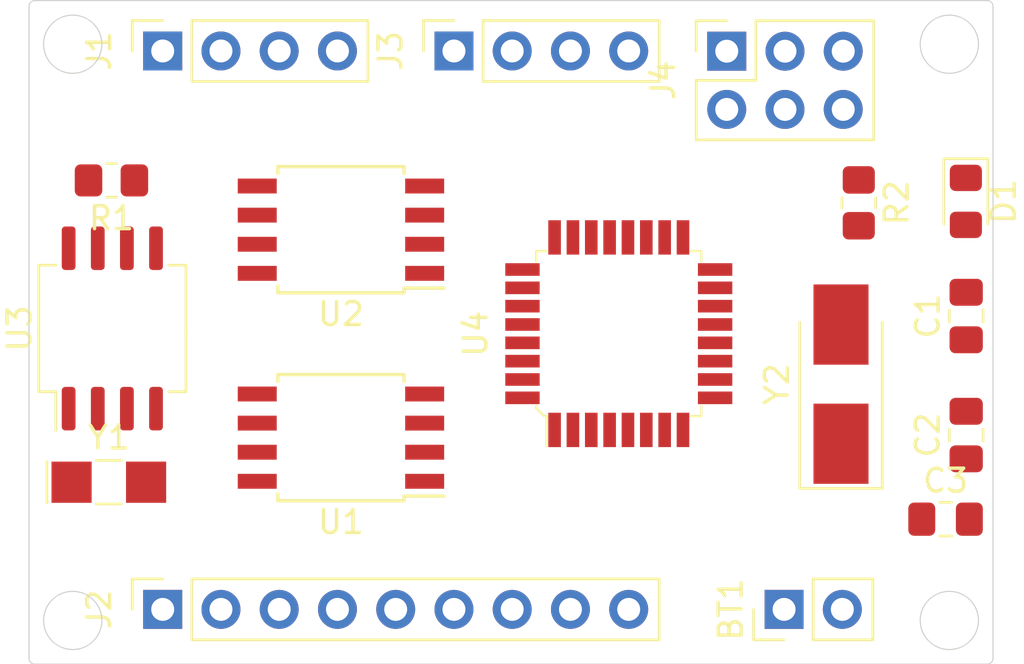
<source format=kicad_pcb>
(kicad_pcb (version 20171130) (host pcbnew "(5.1.9)-1")

  (general
    (thickness 1.6)
    (drawings 12)
    (tracks 0)
    (zones 0)
    (modules 17)
    (nets 32)
  )

  (page A4)
  (title_block
    (title "Battery powered Arduino clone with RTC and extra EEPROM")
    (date 2021-03-06)
    (rev 1)
    (comment 1 "Janne Oksanen")
    (comment 2 janne.oksanen@gmail.com)
  )

  (layers
    (0 F.Cu signal)
    (31 B.Cu signal)
    (32 B.Adhes user)
    (33 F.Adhes user)
    (34 B.Paste user)
    (35 F.Paste user)
    (36 B.SilkS user)
    (37 F.SilkS user)
    (38 B.Mask user)
    (39 F.Mask user)
    (40 Dwgs.User user)
    (41 Cmts.User user)
    (42 Eco1.User user)
    (43 Eco2.User user)
    (44 Edge.Cuts user)
    (45 Margin user)
    (46 B.CrtYd user)
    (47 F.CrtYd user)
    (48 B.Fab user)
    (49 F.Fab user)
  )

  (setup
    (last_trace_width 0.25)
    (user_trace_width 0.3)
    (trace_clearance 0.2)
    (zone_clearance 0.508)
    (zone_45_only no)
    (trace_min 0.2)
    (via_size 0.8)
    (via_drill 0.4)
    (via_min_size 0.4)
    (via_min_drill 0.3)
    (user_via 1 0.6)
    (uvia_size 0.3)
    (uvia_drill 0.1)
    (uvias_allowed no)
    (uvia_min_size 0.2)
    (uvia_min_drill 0.1)
    (edge_width 0.05)
    (segment_width 0.2)
    (pcb_text_width 0.3)
    (pcb_text_size 1.5 1.5)
    (mod_edge_width 0.12)
    (mod_text_size 1 1)
    (mod_text_width 0.15)
    (pad_size 1.524 1.524)
    (pad_drill 0.762)
    (pad_to_mask_clearance 0)
    (aux_axis_origin 0 0)
    (visible_elements 7FFFFFFF)
    (pcbplotparams
      (layerselection 0x010fc_ffffffff)
      (usegerberextensions false)
      (usegerberattributes true)
      (usegerberadvancedattributes true)
      (creategerberjobfile true)
      (excludeedgelayer true)
      (linewidth 0.100000)
      (plotframeref false)
      (viasonmask false)
      (mode 1)
      (useauxorigin false)
      (hpglpennumber 1)
      (hpglpenspeed 20)
      (hpglpendiameter 15.000000)
      (psnegative false)
      (psa4output false)
      (plotreference true)
      (plotvalue true)
      (plotinvisibletext false)
      (padsonsilk false)
      (subtractmaskfromsilk false)
      (outputformat 1)
      (mirror false)
      (drillshape 1)
      (scaleselection 1)
      (outputdirectory ""))
  )

  (net 0 "")
  (net 1 /Vcc)
  (net 2 GNDPWR)
  (net 3 "Net-(C1-Pad1)")
  (net 4 "Net-(C2-Pad1)")
  (net 5 "Net-(D1-Pad1)")
  (net 6 /SCK)
  (net 7 /Rx)
  (net 8 /Tx)
  (net 9 /D2)
  (net 10 /D3)
  (net 11 /D4)
  (net 12 /D5)
  (net 13 /D6)
  (net 14 /D7)
  (net 15 /D8)
  (net 16 /SDA)
  (net 17 /MISO)
  (net 18 /MOSI)
  (net 19 /RST)
  (net 20 /A0)
  (net 21 /A1)
  (net 22 /SCL)
  (net 23 "Net-(U3-Pad1)")
  (net 24 "Net-(U3-Pad2)")
  (net 25 "Net-(U3-Pad7)")
  (net 26 "Net-(U4-Pad13)")
  (net 27 "Net-(U4-Pad14)")
  (net 28 "Net-(U4-Pad19)")
  (net 29 "Net-(U4-Pad22)")
  (net 30 "Net-(U4-Pad25)")
  (net 31 "Net-(U4-Pad26)")

  (net_class Default "This is the default net class."
    (clearance 0.2)
    (trace_width 0.25)
    (via_dia 0.8)
    (via_drill 0.4)
    (uvia_dia 0.3)
    (uvia_drill 0.1)
    (add_net /A0)
    (add_net /A1)
    (add_net /D2)
    (add_net /D3)
    (add_net /D4)
    (add_net /D5)
    (add_net /D6)
    (add_net /D7)
    (add_net /D8)
    (add_net /MISO)
    (add_net /MOSI)
    (add_net /RST)
    (add_net /Rx)
    (add_net /SCK)
    (add_net /SCL)
    (add_net /SDA)
    (add_net /Tx)
    (add_net "Net-(C1-Pad1)")
    (add_net "Net-(C2-Pad1)")
    (add_net "Net-(D1-Pad1)")
    (add_net "Net-(U3-Pad1)")
    (add_net "Net-(U3-Pad2)")
    (add_net "Net-(U3-Pad7)")
    (add_net "Net-(U4-Pad13)")
    (add_net "Net-(U4-Pad14)")
    (add_net "Net-(U4-Pad19)")
    (add_net "Net-(U4-Pad22)")
    (add_net "Net-(U4-Pad25)")
    (add_net "Net-(U4-Pad26)")
  )

  (net_class Power ""
    (clearance 0.2)
    (trace_width 0.3)
    (via_dia 1)
    (via_drill 0.6)
    (uvia_dia 0.3)
    (uvia_drill 0.1)
    (add_net /Vcc)
    (add_net GNDPWR)
  )

  (module Connector_PinHeader_2.54mm:PinHeader_1x02_P2.54mm_Vertical (layer F.Cu) (tedit 59FED5CC) (tstamp 6043C0D1)
    (at 127.9209 117.3734 90)
    (descr "Through hole straight pin header, 1x02, 2.54mm pitch, single row")
    (tags "Through hole pin header THT 1x02 2.54mm single row")
    (path /60392E5D)
    (fp_text reference BT1 (at 0 -2.33 90) (layer F.SilkS)
      (effects (font (size 1 1) (thickness 0.15)))
    )
    (fp_text value 3V (at 2.9718 -0.6415) (layer F.Fab)
      (effects (font (size 1 1) (thickness 0.15)))
    )
    (fp_line (start 1.8 -1.8) (end -1.8 -1.8) (layer F.CrtYd) (width 0.05))
    (fp_line (start 1.8 4.35) (end 1.8 -1.8) (layer F.CrtYd) (width 0.05))
    (fp_line (start -1.8 4.35) (end 1.8 4.35) (layer F.CrtYd) (width 0.05))
    (fp_line (start -1.8 -1.8) (end -1.8 4.35) (layer F.CrtYd) (width 0.05))
    (fp_line (start -1.33 -1.33) (end 0 -1.33) (layer F.SilkS) (width 0.12))
    (fp_line (start -1.33 0) (end -1.33 -1.33) (layer F.SilkS) (width 0.12))
    (fp_line (start -1.33 1.27) (end 1.33 1.27) (layer F.SilkS) (width 0.12))
    (fp_line (start 1.33 1.27) (end 1.33 3.87) (layer F.SilkS) (width 0.12))
    (fp_line (start -1.33 1.27) (end -1.33 3.87) (layer F.SilkS) (width 0.12))
    (fp_line (start -1.33 3.87) (end 1.33 3.87) (layer F.SilkS) (width 0.12))
    (fp_line (start -1.27 -0.635) (end -0.635 -1.27) (layer F.Fab) (width 0.1))
    (fp_line (start -1.27 3.81) (end -1.27 -0.635) (layer F.Fab) (width 0.1))
    (fp_line (start 1.27 3.81) (end -1.27 3.81) (layer F.Fab) (width 0.1))
    (fp_line (start 1.27 -1.27) (end 1.27 3.81) (layer F.Fab) (width 0.1))
    (fp_line (start -0.635 -1.27) (end 1.27 -1.27) (layer F.Fab) (width 0.1))
    (fp_text user %R (at 0 1.27) (layer F.Fab)
      (effects (font (size 1 1) (thickness 0.15)))
    )
    (pad 1 thru_hole rect (at 0 0 90) (size 1.7 1.7) (drill 1) (layers *.Cu *.Mask)
      (net 1 /Vcc))
    (pad 2 thru_hole oval (at 0 2.54 90) (size 1.7 1.7) (drill 1) (layers *.Cu *.Mask)
      (net 2 GNDPWR))
    (model ${KISYS3DMOD}/Connector_PinHeader_2.54mm.3dshapes/PinHeader_1x02_P2.54mm_Vertical.wrl
      (at (xyz 0 0 0))
      (scale (xyz 1 1 1))
      (rotate (xyz 0 0 0))
    )
  )

  (module Capacitor_SMD:C_0805_2012Metric_Pad1.18x1.45mm_HandSolder (layer F.Cu) (tedit 5F68FEEF) (tstamp 6043C0E2)
    (at 135.8629 104.5718 90)
    (descr "Capacitor SMD 0805 (2012 Metric), square (rectangular) end terminal, IPC_7351 nominal with elongated pad for handsoldering. (Body size source: IPC-SM-782 page 76, https://www.pcb-3d.com/wordpress/wp-content/uploads/ipc-sm-782a_amendment_1_and_2.pdf, https://docs.google.com/spreadsheets/d/1BsfQQcO9C6DZCsRaXUlFlo91Tg2WpOkGARC1WS5S8t0/edit?usp=sharing), generated with kicad-footprint-generator")
    (tags "capacitor handsolder")
    (path /603948D1)
    (attr smd)
    (fp_text reference C1 (at 0 -1.68 90) (layer F.SilkS)
      (effects (font (size 1 1) (thickness 0.15)))
    )
    (fp_text value 22pF (at 0 1.68 90) (layer F.Fab)
      (effects (font (size 1 1) (thickness 0.15)))
    )
    (fp_line (start 1.88 0.98) (end -1.88 0.98) (layer F.CrtYd) (width 0.05))
    (fp_line (start 1.88 -0.98) (end 1.88 0.98) (layer F.CrtYd) (width 0.05))
    (fp_line (start -1.88 -0.98) (end 1.88 -0.98) (layer F.CrtYd) (width 0.05))
    (fp_line (start -1.88 0.98) (end -1.88 -0.98) (layer F.CrtYd) (width 0.05))
    (fp_line (start -0.261252 0.735) (end 0.261252 0.735) (layer F.SilkS) (width 0.12))
    (fp_line (start -0.261252 -0.735) (end 0.261252 -0.735) (layer F.SilkS) (width 0.12))
    (fp_line (start 1 0.625) (end -1 0.625) (layer F.Fab) (width 0.1))
    (fp_line (start 1 -0.625) (end 1 0.625) (layer F.Fab) (width 0.1))
    (fp_line (start -1 -0.625) (end 1 -0.625) (layer F.Fab) (width 0.1))
    (fp_line (start -1 0.625) (end -1 -0.625) (layer F.Fab) (width 0.1))
    (fp_text user %R (at 0 0 90) (layer F.Fab)
      (effects (font (size 0.5 0.5) (thickness 0.08)))
    )
    (pad 1 smd roundrect (at -1.0375 0 90) (size 1.175 1.45) (layers F.Cu F.Paste F.Mask) (roundrect_rratio 0.212766)
      (net 3 "Net-(C1-Pad1)"))
    (pad 2 smd roundrect (at 1.0375 0 90) (size 1.175 1.45) (layers F.Cu F.Paste F.Mask) (roundrect_rratio 0.212766)
      (net 2 GNDPWR))
    (model ${KISYS3DMOD}/Capacitor_SMD.3dshapes/C_0805_2012Metric.wrl
      (at (xyz 0 0 0))
      (scale (xyz 1 1 1))
      (rotate (xyz 0 0 0))
    )
  )

  (module Capacitor_SMD:C_0805_2012Metric_Pad1.18x1.45mm_HandSolder (layer F.Cu) (tedit 5F68FEEF) (tstamp 6043C0F3)
    (at 135.8629 109.7661 90)
    (descr "Capacitor SMD 0805 (2012 Metric), square (rectangular) end terminal, IPC_7351 nominal with elongated pad for handsoldering. (Body size source: IPC-SM-782 page 76, https://www.pcb-3d.com/wordpress/wp-content/uploads/ipc-sm-782a_amendment_1_and_2.pdf, https://docs.google.com/spreadsheets/d/1BsfQQcO9C6DZCsRaXUlFlo91Tg2WpOkGARC1WS5S8t0/edit?usp=sharing), generated with kicad-footprint-generator")
    (tags "capacitor handsolder")
    (path /60394D09)
    (attr smd)
    (fp_text reference C2 (at 0 -1.68 90) (layer F.SilkS)
      (effects (font (size 1 1) (thickness 0.15)))
    )
    (fp_text value 22pF (at 0 1.68 90) (layer F.Fab)
      (effects (font (size 1 1) (thickness 0.15)))
    )
    (fp_line (start -1 0.625) (end -1 -0.625) (layer F.Fab) (width 0.1))
    (fp_line (start -1 -0.625) (end 1 -0.625) (layer F.Fab) (width 0.1))
    (fp_line (start 1 -0.625) (end 1 0.625) (layer F.Fab) (width 0.1))
    (fp_line (start 1 0.625) (end -1 0.625) (layer F.Fab) (width 0.1))
    (fp_line (start -0.261252 -0.735) (end 0.261252 -0.735) (layer F.SilkS) (width 0.12))
    (fp_line (start -0.261252 0.735) (end 0.261252 0.735) (layer F.SilkS) (width 0.12))
    (fp_line (start -1.88 0.98) (end -1.88 -0.98) (layer F.CrtYd) (width 0.05))
    (fp_line (start -1.88 -0.98) (end 1.88 -0.98) (layer F.CrtYd) (width 0.05))
    (fp_line (start 1.88 -0.98) (end 1.88 0.98) (layer F.CrtYd) (width 0.05))
    (fp_line (start 1.88 0.98) (end -1.88 0.98) (layer F.CrtYd) (width 0.05))
    (fp_text user %R (at 0 0 90) (layer F.Fab)
      (effects (font (size 0.5 0.5) (thickness 0.08)))
    )
    (pad 2 smd roundrect (at 1.0375 0 90) (size 1.175 1.45) (layers F.Cu F.Paste F.Mask) (roundrect_rratio 0.212766)
      (net 2 GNDPWR))
    (pad 1 smd roundrect (at -1.0375 0 90) (size 1.175 1.45) (layers F.Cu F.Paste F.Mask) (roundrect_rratio 0.212766)
      (net 4 "Net-(C2-Pad1)"))
    (model ${KISYS3DMOD}/Capacitor_SMD.3dshapes/C_0805_2012Metric.wrl
      (at (xyz 0 0 0))
      (scale (xyz 1 1 1))
      (rotate (xyz 0 0 0))
    )
  )

  (module Capacitor_SMD:C_0805_2012Metric_Pad1.18x1.45mm_HandSolder (layer F.Cu) (tedit 5F68FEEF) (tstamp 6043C104)
    (at 134.9629 113.4364)
    (descr "Capacitor SMD 0805 (2012 Metric), square (rectangular) end terminal, IPC_7351 nominal with elongated pad for handsoldering. (Body size source: IPC-SM-782 page 76, https://www.pcb-3d.com/wordpress/wp-content/uploads/ipc-sm-782a_amendment_1_and_2.pdf, https://docs.google.com/spreadsheets/d/1BsfQQcO9C6DZCsRaXUlFlo91Tg2WpOkGARC1WS5S8t0/edit?usp=sharing), generated with kicad-footprint-generator")
    (tags "capacitor handsolder")
    (path /60395306)
    (attr smd)
    (fp_text reference C3 (at 0 -1.68) (layer F.SilkS)
      (effects (font (size 1 1) (thickness 0.15)))
    )
    (fp_text value 10uF (at 0 1.68) (layer F.Fab)
      (effects (font (size 1 1) (thickness 0.15)))
    )
    (fp_line (start 1.88 0.98) (end -1.88 0.98) (layer F.CrtYd) (width 0.05))
    (fp_line (start 1.88 -0.98) (end 1.88 0.98) (layer F.CrtYd) (width 0.05))
    (fp_line (start -1.88 -0.98) (end 1.88 -0.98) (layer F.CrtYd) (width 0.05))
    (fp_line (start -1.88 0.98) (end -1.88 -0.98) (layer F.CrtYd) (width 0.05))
    (fp_line (start -0.261252 0.735) (end 0.261252 0.735) (layer F.SilkS) (width 0.12))
    (fp_line (start -0.261252 -0.735) (end 0.261252 -0.735) (layer F.SilkS) (width 0.12))
    (fp_line (start 1 0.625) (end -1 0.625) (layer F.Fab) (width 0.1))
    (fp_line (start 1 -0.625) (end 1 0.625) (layer F.Fab) (width 0.1))
    (fp_line (start -1 -0.625) (end 1 -0.625) (layer F.Fab) (width 0.1))
    (fp_line (start -1 0.625) (end -1 -0.625) (layer F.Fab) (width 0.1))
    (fp_text user %R (at 0 0) (layer F.Fab)
      (effects (font (size 0.5 0.5) (thickness 0.08)))
    )
    (pad 1 smd roundrect (at -1.0375 0) (size 1.175 1.45) (layers F.Cu F.Paste F.Mask) (roundrect_rratio 0.212766)
      (net 1 /Vcc))
    (pad 2 smd roundrect (at 1.0375 0) (size 1.175 1.45) (layers F.Cu F.Paste F.Mask) (roundrect_rratio 0.212766)
      (net 2 GNDPWR))
    (model ${KISYS3DMOD}/Capacitor_SMD.3dshapes/C_0805_2012Metric.wrl
      (at (xyz 0 0 0))
      (scale (xyz 1 1 1))
      (rotate (xyz 0 0 0))
    )
  )

  (module LED_SMD:LED_0805_2012Metric_Pad1.15x1.40mm_HandSolder (layer F.Cu) (tedit 5F68FEF1) (tstamp 6043C117)
    (at 135.8479 99.568 270)
    (descr "LED SMD 0805 (2012 Metric), square (rectangular) end terminal, IPC_7351 nominal, (Body size source: https://docs.google.com/spreadsheets/d/1BsfQQcO9C6DZCsRaXUlFlo91Tg2WpOkGARC1WS5S8t0/edit?usp=sharing), generated with kicad-footprint-generator")
    (tags "LED handsolder")
    (path /60395D59)
    (attr smd)
    (fp_text reference D1 (at 0 -1.65 90) (layer F.SilkS)
      (effects (font (size 1 1) (thickness 0.15)))
    )
    (fp_text value LED (at 0 1.65 90) (layer F.Fab)
      (effects (font (size 1 1) (thickness 0.15)))
    )
    (fp_line (start 1.85 0.95) (end -1.85 0.95) (layer F.CrtYd) (width 0.05))
    (fp_line (start 1.85 -0.95) (end 1.85 0.95) (layer F.CrtYd) (width 0.05))
    (fp_line (start -1.85 -0.95) (end 1.85 -0.95) (layer F.CrtYd) (width 0.05))
    (fp_line (start -1.85 0.95) (end -1.85 -0.95) (layer F.CrtYd) (width 0.05))
    (fp_line (start -1.86 0.96) (end 1 0.96) (layer F.SilkS) (width 0.12))
    (fp_line (start -1.86 -0.96) (end -1.86 0.96) (layer F.SilkS) (width 0.12))
    (fp_line (start 1 -0.96) (end -1.86 -0.96) (layer F.SilkS) (width 0.12))
    (fp_line (start 1 0.6) (end 1 -0.6) (layer F.Fab) (width 0.1))
    (fp_line (start -1 0.6) (end 1 0.6) (layer F.Fab) (width 0.1))
    (fp_line (start -1 -0.3) (end -1 0.6) (layer F.Fab) (width 0.1))
    (fp_line (start -0.7 -0.6) (end -1 -0.3) (layer F.Fab) (width 0.1))
    (fp_line (start 1 -0.6) (end -0.7 -0.6) (layer F.Fab) (width 0.1))
    (fp_text user %R (at 0 0 90) (layer F.Fab)
      (effects (font (size 0.5 0.5) (thickness 0.08)))
    )
    (pad 1 smd roundrect (at -1.025 0 270) (size 1.15 1.4) (layers F.Cu F.Paste F.Mask) (roundrect_rratio 0.217391)
      (net 5 "Net-(D1-Pad1)"))
    (pad 2 smd roundrect (at 1.025 0 270) (size 1.15 1.4) (layers F.Cu F.Paste F.Mask) (roundrect_rratio 0.217391)
      (net 6 /SCK))
    (model ${KISYS3DMOD}/LED_SMD.3dshapes/LED_0805_2012Metric.wrl
      (at (xyz 0 0 0))
      (scale (xyz 1 1 1))
      (rotate (xyz 0 0 0))
    )
  )

  (module Connector_PinSocket_2.54mm:PinSocket_1x04_P2.54mm_Vertical (layer F.Cu) (tedit 5A19A429) (tstamp 6043C12F)
    (at 100.8253 93.0048 90)
    (descr "Through hole straight socket strip, 1x04, 2.54mm pitch, single row (from Kicad 4.0.7), script generated")
    (tags "Through hole socket strip THT 1x04 2.54mm single row")
    (path /6039D755/603A2B66)
    (fp_text reference J1 (at 0 -2.77 90) (layer F.SilkS)
      (effects (font (size 1 1) (thickness 0.15)))
    )
    (fp_text value Serial (at -2.5881 3.5941 180) (layer F.Fab)
      (effects (font (size 1 1) (thickness 0.15)))
    )
    (fp_line (start -1.8 9.4) (end -1.8 -1.8) (layer F.CrtYd) (width 0.05))
    (fp_line (start 1.75 9.4) (end -1.8 9.4) (layer F.CrtYd) (width 0.05))
    (fp_line (start 1.75 -1.8) (end 1.75 9.4) (layer F.CrtYd) (width 0.05))
    (fp_line (start -1.8 -1.8) (end 1.75 -1.8) (layer F.CrtYd) (width 0.05))
    (fp_line (start 0 -1.33) (end 1.33 -1.33) (layer F.SilkS) (width 0.12))
    (fp_line (start 1.33 -1.33) (end 1.33 0) (layer F.SilkS) (width 0.12))
    (fp_line (start 1.33 1.27) (end 1.33 8.95) (layer F.SilkS) (width 0.12))
    (fp_line (start -1.33 8.95) (end 1.33 8.95) (layer F.SilkS) (width 0.12))
    (fp_line (start -1.33 1.27) (end -1.33 8.95) (layer F.SilkS) (width 0.12))
    (fp_line (start -1.33 1.27) (end 1.33 1.27) (layer F.SilkS) (width 0.12))
    (fp_line (start -1.27 8.89) (end -1.27 -1.27) (layer F.Fab) (width 0.1))
    (fp_line (start 1.27 8.89) (end -1.27 8.89) (layer F.Fab) (width 0.1))
    (fp_line (start 1.27 -0.635) (end 1.27 8.89) (layer F.Fab) (width 0.1))
    (fp_line (start 0.635 -1.27) (end 1.27 -0.635) (layer F.Fab) (width 0.1))
    (fp_line (start -1.27 -1.27) (end 0.635 -1.27) (layer F.Fab) (width 0.1))
    (fp_text user %R (at 0 3.81) (layer F.Fab)
      (effects (font (size 1 1) (thickness 0.15)))
    )
    (pad 1 thru_hole rect (at 0 0 90) (size 1.7 1.7) (drill 1) (layers *.Cu *.Mask)
      (net 2 GNDPWR))
    (pad 2 thru_hole oval (at 0 2.54 90) (size 1.7 1.7) (drill 1) (layers *.Cu *.Mask)
      (net 1 /Vcc))
    (pad 3 thru_hole oval (at 0 5.08 90) (size 1.7 1.7) (drill 1) (layers *.Cu *.Mask)
      (net 7 /Rx))
    (pad 4 thru_hole oval (at 0 7.62 90) (size 1.7 1.7) (drill 1) (layers *.Cu *.Mask)
      (net 8 /Tx))
    (model ${KISYS3DMOD}/Connector_PinSocket_2.54mm.3dshapes/PinSocket_1x04_P2.54mm_Vertical.wrl
      (at (xyz 0 0 0))
      (scale (xyz 1 1 1))
      (rotate (xyz 0 0 0))
    )
  )

  (module Connector_PinSocket_2.54mm:PinSocket_1x09_P2.54mm_Vertical (layer F.Cu) (tedit 5A19A431) (tstamp 6043C14C)
    (at 100.8253 117.3734 90)
    (descr "Through hole straight socket strip, 1x09, 2.54mm pitch, single row (from Kicad 4.0.7), script generated")
    (tags "Through hole socket strip THT 1x09 2.54mm single row")
    (path /6039D755/6039F8E9)
    (fp_text reference J2 (at 0 -2.77 90) (layer F.SilkS)
      (effects (font (size 1 1) (thickness 0.15)))
    )
    (fp_text value "Digital pins" (at 3.0226 10.3632 180) (layer F.Fab)
      (effects (font (size 1 1) (thickness 0.15)))
    )
    (fp_line (start -1.8 22.1) (end -1.8 -1.8) (layer F.CrtYd) (width 0.05))
    (fp_line (start 1.75 22.1) (end -1.8 22.1) (layer F.CrtYd) (width 0.05))
    (fp_line (start 1.75 -1.8) (end 1.75 22.1) (layer F.CrtYd) (width 0.05))
    (fp_line (start -1.8 -1.8) (end 1.75 -1.8) (layer F.CrtYd) (width 0.05))
    (fp_line (start 0 -1.33) (end 1.33 -1.33) (layer F.SilkS) (width 0.12))
    (fp_line (start 1.33 -1.33) (end 1.33 0) (layer F.SilkS) (width 0.12))
    (fp_line (start 1.33 1.27) (end 1.33 21.65) (layer F.SilkS) (width 0.12))
    (fp_line (start -1.33 21.65) (end 1.33 21.65) (layer F.SilkS) (width 0.12))
    (fp_line (start -1.33 1.27) (end -1.33 21.65) (layer F.SilkS) (width 0.12))
    (fp_line (start -1.33 1.27) (end 1.33 1.27) (layer F.SilkS) (width 0.12))
    (fp_line (start -1.27 21.59) (end -1.27 -1.27) (layer F.Fab) (width 0.1))
    (fp_line (start 1.27 21.59) (end -1.27 21.59) (layer F.Fab) (width 0.1))
    (fp_line (start 1.27 -0.635) (end 1.27 21.59) (layer F.Fab) (width 0.1))
    (fp_line (start 0.635 -1.27) (end 1.27 -0.635) (layer F.Fab) (width 0.1))
    (fp_line (start -1.27 -1.27) (end 0.635 -1.27) (layer F.Fab) (width 0.1))
    (fp_text user %R (at 0 10.16) (layer F.Fab)
      (effects (font (size 1 1) (thickness 0.15)))
    )
    (pad 1 thru_hole rect (at 0 0 90) (size 1.7 1.7) (drill 1) (layers *.Cu *.Mask)
      (net 9 /D2))
    (pad 2 thru_hole oval (at 0 2.54 90) (size 1.7 1.7) (drill 1) (layers *.Cu *.Mask)
      (net 10 /D3))
    (pad 3 thru_hole oval (at 0 5.08 90) (size 1.7 1.7) (drill 1) (layers *.Cu *.Mask)
      (net 11 /D4))
    (pad 4 thru_hole oval (at 0 7.62 90) (size 1.7 1.7) (drill 1) (layers *.Cu *.Mask)
      (net 12 /D5))
    (pad 5 thru_hole oval (at 0 10.16 90) (size 1.7 1.7) (drill 1) (layers *.Cu *.Mask)
      (net 13 /D6))
    (pad 6 thru_hole oval (at 0 12.7 90) (size 1.7 1.7) (drill 1) (layers *.Cu *.Mask)
      (net 14 /D7))
    (pad 7 thru_hole oval (at 0 15.24 90) (size 1.7 1.7) (drill 1) (layers *.Cu *.Mask)
      (net 15 /D8))
    (pad 8 thru_hole oval (at 0 17.78 90) (size 1.7 1.7) (drill 1) (layers *.Cu *.Mask)
      (net 2 GNDPWR))
    (pad 9 thru_hole oval (at 0 20.32 90) (size 1.7 1.7) (drill 1) (layers *.Cu *.Mask)
      (net 1 /Vcc))
    (model ${KISYS3DMOD}/Connector_PinSocket_2.54mm.3dshapes/PinSocket_1x09_P2.54mm_Vertical.wrl
      (at (xyz 0 0 0))
      (scale (xyz 1 1 1))
      (rotate (xyz 0 0 0))
    )
  )

  (module Connector_PinSocket_2.54mm:PinSocket_1x04_P2.54mm_Vertical (layer F.Cu) (tedit 5A19A429) (tstamp 6043C164)
    (at 113.5253 93.0048 90)
    (descr "Through hole straight socket strip, 1x04, 2.54mm pitch, single row (from Kicad 4.0.7), script generated")
    (tags "Through hole socket strip THT 1x04 2.54mm single row")
    (path /6039D755/603A115F)
    (fp_text reference J3 (at 0 -2.77 90) (layer F.SilkS)
      (effects (font (size 1 1) (thickness 0.15)))
    )
    (fp_text value I2C (at -2.9437 3.6703 180) (layer F.Fab)
      (effects (font (size 1 1) (thickness 0.15)))
    )
    (fp_line (start -1.27 -1.27) (end 0.635 -1.27) (layer F.Fab) (width 0.1))
    (fp_line (start 0.635 -1.27) (end 1.27 -0.635) (layer F.Fab) (width 0.1))
    (fp_line (start 1.27 -0.635) (end 1.27 8.89) (layer F.Fab) (width 0.1))
    (fp_line (start 1.27 8.89) (end -1.27 8.89) (layer F.Fab) (width 0.1))
    (fp_line (start -1.27 8.89) (end -1.27 -1.27) (layer F.Fab) (width 0.1))
    (fp_line (start -1.33 1.27) (end 1.33 1.27) (layer F.SilkS) (width 0.12))
    (fp_line (start -1.33 1.27) (end -1.33 8.95) (layer F.SilkS) (width 0.12))
    (fp_line (start -1.33 8.95) (end 1.33 8.95) (layer F.SilkS) (width 0.12))
    (fp_line (start 1.33 1.27) (end 1.33 8.95) (layer F.SilkS) (width 0.12))
    (fp_line (start 1.33 -1.33) (end 1.33 0) (layer F.SilkS) (width 0.12))
    (fp_line (start 0 -1.33) (end 1.33 -1.33) (layer F.SilkS) (width 0.12))
    (fp_line (start -1.8 -1.8) (end 1.75 -1.8) (layer F.CrtYd) (width 0.05))
    (fp_line (start 1.75 -1.8) (end 1.75 9.4) (layer F.CrtYd) (width 0.05))
    (fp_line (start 1.75 9.4) (end -1.8 9.4) (layer F.CrtYd) (width 0.05))
    (fp_line (start -1.8 9.4) (end -1.8 -1.8) (layer F.CrtYd) (width 0.05))
    (fp_text user %R (at 0 3.81) (layer F.Fab)
      (effects (font (size 1 1) (thickness 0.15)))
    )
    (pad 4 thru_hole oval (at 0 7.62 90) (size 1.7 1.7) (drill 1) (layers *.Cu *.Mask)
      (net 6 /SCK))
    (pad 3 thru_hole oval (at 0 5.08 90) (size 1.7 1.7) (drill 1) (layers *.Cu *.Mask)
      (net 16 /SDA))
    (pad 2 thru_hole oval (at 0 2.54 90) (size 1.7 1.7) (drill 1) (layers *.Cu *.Mask)
      (net 1 /Vcc))
    (pad 1 thru_hole rect (at 0 0 90) (size 1.7 1.7) (drill 1) (layers *.Cu *.Mask)
      (net 2 GNDPWR))
    (model ${KISYS3DMOD}/Connector_PinSocket_2.54mm.3dshapes/PinSocket_1x04_P2.54mm_Vertical.wrl
      (at (xyz 0 0 0))
      (scale (xyz 1 1 1))
      (rotate (xyz 0 0 0))
    )
  )

  (module Connector_PinSocket_2.54mm:PinSocket_2x03_P2.54mm_Vertical (layer F.Cu) (tedit 5A19A425) (tstamp 6043C180)
    (at 125.4209 93.0148 90)
    (descr "Through hole straight socket strip, 2x03, 2.54mm pitch, double cols (from Kicad 4.0.7), script generated")
    (tags "Through hole socket strip THT 2x03 2.54mm double row")
    (path /6039D755/603A1E2D)
    (fp_text reference J4 (at -1.27 -2.77 90) (layer F.SilkS)
      (effects (font (size 1 1) (thickness 0.15)))
    )
    (fp_text value ICSP (at -1.3208 7.764 90) (layer F.Fab)
      (effects (font (size 1 1) (thickness 0.15)))
    )
    (fp_line (start -4.34 6.85) (end -4.34 -1.8) (layer F.CrtYd) (width 0.05))
    (fp_line (start 1.76 6.85) (end -4.34 6.85) (layer F.CrtYd) (width 0.05))
    (fp_line (start 1.76 -1.8) (end 1.76 6.85) (layer F.CrtYd) (width 0.05))
    (fp_line (start -4.34 -1.8) (end 1.76 -1.8) (layer F.CrtYd) (width 0.05))
    (fp_line (start 0 -1.33) (end 1.33 -1.33) (layer F.SilkS) (width 0.12))
    (fp_line (start 1.33 -1.33) (end 1.33 0) (layer F.SilkS) (width 0.12))
    (fp_line (start -1.27 -1.33) (end -1.27 1.27) (layer F.SilkS) (width 0.12))
    (fp_line (start -1.27 1.27) (end 1.33 1.27) (layer F.SilkS) (width 0.12))
    (fp_line (start 1.33 1.27) (end 1.33 6.41) (layer F.SilkS) (width 0.12))
    (fp_line (start -3.87 6.41) (end 1.33 6.41) (layer F.SilkS) (width 0.12))
    (fp_line (start -3.87 -1.33) (end -3.87 6.41) (layer F.SilkS) (width 0.12))
    (fp_line (start -3.87 -1.33) (end -1.27 -1.33) (layer F.SilkS) (width 0.12))
    (fp_line (start -3.81 6.35) (end -3.81 -1.27) (layer F.Fab) (width 0.1))
    (fp_line (start 1.27 6.35) (end -3.81 6.35) (layer F.Fab) (width 0.1))
    (fp_line (start 1.27 -0.27) (end 1.27 6.35) (layer F.Fab) (width 0.1))
    (fp_line (start 0.27 -1.27) (end 1.27 -0.27) (layer F.Fab) (width 0.1))
    (fp_line (start -3.81 -1.27) (end 0.27 -1.27) (layer F.Fab) (width 0.1))
    (fp_text user %R (at -1.27 2.54) (layer F.Fab)
      (effects (font (size 1 1) (thickness 0.15)))
    )
    (pad 1 thru_hole rect (at 0 0 90) (size 1.7 1.7) (drill 1) (layers *.Cu *.Mask)
      (net 17 /MISO))
    (pad 2 thru_hole oval (at -2.54 0 90) (size 1.7 1.7) (drill 1) (layers *.Cu *.Mask)
      (net 1 /Vcc))
    (pad 3 thru_hole oval (at 0 2.54 90) (size 1.7 1.7) (drill 1) (layers *.Cu *.Mask)
      (net 6 /SCK))
    (pad 4 thru_hole oval (at -2.54 2.54 90) (size 1.7 1.7) (drill 1) (layers *.Cu *.Mask)
      (net 18 /MOSI))
    (pad 5 thru_hole oval (at 0 5.08 90) (size 1.7 1.7) (drill 1) (layers *.Cu *.Mask)
      (net 19 /RST))
    (pad 6 thru_hole oval (at -2.54 5.08 90) (size 1.7 1.7) (drill 1) (layers *.Cu *.Mask)
      (net 2 GNDPWR))
    (model ${KISYS3DMOD}/Connector_PinSocket_2.54mm.3dshapes/PinSocket_2x03_P2.54mm_Vertical.wrl
      (at (xyz 0 0 0))
      (scale (xyz 1 1 1))
      (rotate (xyz 0 0 0))
    )
  )

  (module Resistor_SMD:R_0805_2012Metric_Pad1.20x1.40mm_HandSolder (layer F.Cu) (tedit 5F68FEEE) (tstamp 6043C191)
    (at 98.5901 98.6536 180)
    (descr "Resistor SMD 0805 (2012 Metric), square (rectangular) end terminal, IPC_7351 nominal with elongated pad for handsoldering. (Body size source: IPC-SM-782 page 72, https://www.pcb-3d.com/wordpress/wp-content/uploads/ipc-sm-782a_amendment_1_and_2.pdf), generated with kicad-footprint-generator")
    (tags "resistor handsolder")
    (path /603975B7)
    (attr smd)
    (fp_text reference R1 (at 0 -1.65) (layer F.SilkS)
      (effects (font (size 1 1) (thickness 0.15)))
    )
    (fp_text value 10k (at 0 1.65) (layer F.Fab)
      (effects (font (size 1 1) (thickness 0.15)))
    )
    (fp_line (start -1 0.625) (end -1 -0.625) (layer F.Fab) (width 0.1))
    (fp_line (start -1 -0.625) (end 1 -0.625) (layer F.Fab) (width 0.1))
    (fp_line (start 1 -0.625) (end 1 0.625) (layer F.Fab) (width 0.1))
    (fp_line (start 1 0.625) (end -1 0.625) (layer F.Fab) (width 0.1))
    (fp_line (start -0.227064 -0.735) (end 0.227064 -0.735) (layer F.SilkS) (width 0.12))
    (fp_line (start -0.227064 0.735) (end 0.227064 0.735) (layer F.SilkS) (width 0.12))
    (fp_line (start -1.85 0.95) (end -1.85 -0.95) (layer F.CrtYd) (width 0.05))
    (fp_line (start -1.85 -0.95) (end 1.85 -0.95) (layer F.CrtYd) (width 0.05))
    (fp_line (start 1.85 -0.95) (end 1.85 0.95) (layer F.CrtYd) (width 0.05))
    (fp_line (start 1.85 0.95) (end -1.85 0.95) (layer F.CrtYd) (width 0.05))
    (fp_text user %R (at 0 0) (layer F.Fab)
      (effects (font (size 0.5 0.5) (thickness 0.08)))
    )
    (pad 2 smd roundrect (at 1 0 180) (size 1.2 1.4) (layers F.Cu F.Paste F.Mask) (roundrect_rratio 0.208333)
      (net 1 /Vcc))
    (pad 1 smd roundrect (at -1 0 180) (size 1.2 1.4) (layers F.Cu F.Paste F.Mask) (roundrect_rratio 0.208333)
      (net 19 /RST))
    (model ${KISYS3DMOD}/Resistor_SMD.3dshapes/R_0805_2012Metric.wrl
      (at (xyz 0 0 0))
      (scale (xyz 1 1 1))
      (rotate (xyz 0 0 0))
    )
  )

  (module Resistor_SMD:R_0805_2012Metric_Pad1.20x1.40mm_HandSolder (layer F.Cu) (tedit 5F68FEEE) (tstamp 6043C1A2)
    (at 131.1783 99.6315 270)
    (descr "Resistor SMD 0805 (2012 Metric), square (rectangular) end terminal, IPC_7351 nominal with elongated pad for handsoldering. (Body size source: IPC-SM-782 page 72, https://www.pcb-3d.com/wordpress/wp-content/uploads/ipc-sm-782a_amendment_1_and_2.pdf), generated with kicad-footprint-generator")
    (tags "resistor handsolder")
    (path /60396F4A)
    (attr smd)
    (fp_text reference R2 (at 0 -1.65 90) (layer F.SilkS)
      (effects (font (size 1 1) (thickness 0.15)))
    )
    (fp_text value 330 (at 0 1.65 90) (layer F.Fab)
      (effects (font (size 1 1) (thickness 0.15)))
    )
    (fp_line (start 1.85 0.95) (end -1.85 0.95) (layer F.CrtYd) (width 0.05))
    (fp_line (start 1.85 -0.95) (end 1.85 0.95) (layer F.CrtYd) (width 0.05))
    (fp_line (start -1.85 -0.95) (end 1.85 -0.95) (layer F.CrtYd) (width 0.05))
    (fp_line (start -1.85 0.95) (end -1.85 -0.95) (layer F.CrtYd) (width 0.05))
    (fp_line (start -0.227064 0.735) (end 0.227064 0.735) (layer F.SilkS) (width 0.12))
    (fp_line (start -0.227064 -0.735) (end 0.227064 -0.735) (layer F.SilkS) (width 0.12))
    (fp_line (start 1 0.625) (end -1 0.625) (layer F.Fab) (width 0.1))
    (fp_line (start 1 -0.625) (end 1 0.625) (layer F.Fab) (width 0.1))
    (fp_line (start -1 -0.625) (end 1 -0.625) (layer F.Fab) (width 0.1))
    (fp_line (start -1 0.625) (end -1 -0.625) (layer F.Fab) (width 0.1))
    (fp_text user %R (at 0 0 90) (layer F.Fab)
      (effects (font (size 0.5 0.5) (thickness 0.08)))
    )
    (pad 1 smd roundrect (at -1 0 270) (size 1.2 1.4) (layers F.Cu F.Paste F.Mask) (roundrect_rratio 0.208333)
      (net 5 "Net-(D1-Pad1)"))
    (pad 2 smd roundrect (at 1 0 270) (size 1.2 1.4) (layers F.Cu F.Paste F.Mask) (roundrect_rratio 0.208333)
      (net 2 GNDPWR))
    (model ${KISYS3DMOD}/Resistor_SMD.3dshapes/R_0805_2012Metric.wrl
      (at (xyz 0 0 0))
      (scale (xyz 1 1 1))
      (rotate (xyz 0 0 0))
    )
  )

  (module Package_SO:SOIJ-8_5.3x5.3mm_P1.27mm (layer F.Cu) (tedit 5A02F2D3) (tstamp 6043C1BF)
    (at 108.5977 109.878866 180)
    (descr "8-Lead Plastic Small Outline (SM) - Medium, 5.28 mm Body [SOIC] (see Microchip Packaging Specification 00000049BS.pdf)")
    (tags "SOIC 1.27")
    (path /60398136)
    (attr smd)
    (fp_text reference U1 (at 0 -3.68) (layer F.SilkS)
      (effects (font (size 1 1) (thickness 0.15)))
    )
    (fp_text value 24LC1025 (at 0 3.68) (layer F.Fab)
      (effects (font (size 1 1) (thickness 0.15)))
    )
    (fp_line (start -2.75 -2.55) (end -4.5 -2.55) (layer F.SilkS) (width 0.15))
    (fp_line (start -2.75 2.755) (end 2.75 2.755) (layer F.SilkS) (width 0.15))
    (fp_line (start -2.75 -2.755) (end 2.75 -2.755) (layer F.SilkS) (width 0.15))
    (fp_line (start -2.75 2.755) (end -2.75 2.455) (layer F.SilkS) (width 0.15))
    (fp_line (start 2.75 2.755) (end 2.75 2.455) (layer F.SilkS) (width 0.15))
    (fp_line (start 2.75 -2.755) (end 2.75 -2.455) (layer F.SilkS) (width 0.15))
    (fp_line (start -2.75 -2.755) (end -2.75 -2.55) (layer F.SilkS) (width 0.15))
    (fp_line (start -4.75 2.95) (end 4.75 2.95) (layer F.CrtYd) (width 0.05))
    (fp_line (start -4.75 -2.95) (end 4.75 -2.95) (layer F.CrtYd) (width 0.05))
    (fp_line (start 4.75 -2.95) (end 4.75 2.95) (layer F.CrtYd) (width 0.05))
    (fp_line (start -4.75 -2.95) (end -4.75 2.95) (layer F.CrtYd) (width 0.05))
    (fp_line (start -2.65 -1.65) (end -1.65 -2.65) (layer F.Fab) (width 0.15))
    (fp_line (start -2.65 2.65) (end -2.65 -1.65) (layer F.Fab) (width 0.15))
    (fp_line (start 2.65 2.65) (end -2.65 2.65) (layer F.Fab) (width 0.15))
    (fp_line (start 2.65 -2.65) (end 2.65 2.65) (layer F.Fab) (width 0.15))
    (fp_line (start -1.65 -2.65) (end 2.65 -2.65) (layer F.Fab) (width 0.15))
    (fp_text user %R (at 0 0) (layer F.Fab)
      (effects (font (size 1 1) (thickness 0.15)))
    )
    (pad 1 smd rect (at -3.65 -1.905 180) (size 1.7 0.65) (layers F.Cu F.Paste F.Mask)
      (net 20 /A0))
    (pad 2 smd rect (at -3.65 -0.635 180) (size 1.7 0.65) (layers F.Cu F.Paste F.Mask)
      (net 21 /A1))
    (pad 3 smd rect (at -3.65 0.635 180) (size 1.7 0.65) (layers F.Cu F.Paste F.Mask)
      (net 1 /Vcc))
    (pad 4 smd rect (at -3.65 1.905 180) (size 1.7 0.65) (layers F.Cu F.Paste F.Mask)
      (net 2 GNDPWR))
    (pad 5 smd rect (at 3.65 1.905 180) (size 1.7 0.65) (layers F.Cu F.Paste F.Mask)
      (net 16 /SDA))
    (pad 6 smd rect (at 3.65 0.635 180) (size 1.7 0.65) (layers F.Cu F.Paste F.Mask)
      (net 22 /SCL))
    (pad 7 smd rect (at 3.65 -0.635 180) (size 1.7 0.65) (layers F.Cu F.Paste F.Mask)
      (net 2 GNDPWR))
    (pad 8 smd rect (at 3.65 -1.905 180) (size 1.7 0.65) (layers F.Cu F.Paste F.Mask)
      (net 1 /Vcc))
    (model ${KISYS3DMOD}/Package_SO.3dshapes/SOIJ-8_5.3x5.3mm_P1.27mm.wrl
      (at (xyz 0 0 0))
      (scale (xyz 1 1 1))
      (rotate (xyz 0 0 0))
    )
  )

  (module Package_SO:SOIJ-8_5.3x5.3mm_P1.27mm (layer F.Cu) (tedit 5A02F2D3) (tstamp 6043C1DC)
    (at 108.5977 100.803333 180)
    (descr "8-Lead Plastic Small Outline (SM) - Medium, 5.28 mm Body [SOIC] (see Microchip Packaging Specification 00000049BS.pdf)")
    (tags "SOIC 1.27")
    (path /603A7E93)
    (attr smd)
    (fp_text reference U2 (at 0 -3.68) (layer F.SilkS)
      (effects (font (size 1 1) (thickness 0.15)))
    )
    (fp_text value 24LC1025 (at 0 3.68) (layer F.Fab)
      (effects (font (size 1 1) (thickness 0.15)))
    )
    (fp_line (start -1.65 -2.65) (end 2.65 -2.65) (layer F.Fab) (width 0.15))
    (fp_line (start 2.65 -2.65) (end 2.65 2.65) (layer F.Fab) (width 0.15))
    (fp_line (start 2.65 2.65) (end -2.65 2.65) (layer F.Fab) (width 0.15))
    (fp_line (start -2.65 2.65) (end -2.65 -1.65) (layer F.Fab) (width 0.15))
    (fp_line (start -2.65 -1.65) (end -1.65 -2.65) (layer F.Fab) (width 0.15))
    (fp_line (start -4.75 -2.95) (end -4.75 2.95) (layer F.CrtYd) (width 0.05))
    (fp_line (start 4.75 -2.95) (end 4.75 2.95) (layer F.CrtYd) (width 0.05))
    (fp_line (start -4.75 -2.95) (end 4.75 -2.95) (layer F.CrtYd) (width 0.05))
    (fp_line (start -4.75 2.95) (end 4.75 2.95) (layer F.CrtYd) (width 0.05))
    (fp_line (start -2.75 -2.755) (end -2.75 -2.55) (layer F.SilkS) (width 0.15))
    (fp_line (start 2.75 -2.755) (end 2.75 -2.455) (layer F.SilkS) (width 0.15))
    (fp_line (start 2.75 2.755) (end 2.75 2.455) (layer F.SilkS) (width 0.15))
    (fp_line (start -2.75 2.755) (end -2.75 2.455) (layer F.SilkS) (width 0.15))
    (fp_line (start -2.75 -2.755) (end 2.75 -2.755) (layer F.SilkS) (width 0.15))
    (fp_line (start -2.75 2.755) (end 2.75 2.755) (layer F.SilkS) (width 0.15))
    (fp_line (start -2.75 -2.55) (end -4.5 -2.55) (layer F.SilkS) (width 0.15))
    (fp_text user %R (at 0 0) (layer F.Fab)
      (effects (font (size 1 1) (thickness 0.15)))
    )
    (pad 8 smd rect (at 3.65 -1.905 180) (size 1.7 0.65) (layers F.Cu F.Paste F.Mask)
      (net 1 /Vcc))
    (pad 7 smd rect (at 3.65 -0.635 180) (size 1.7 0.65) (layers F.Cu F.Paste F.Mask)
      (net 2 GNDPWR))
    (pad 6 smd rect (at 3.65 0.635 180) (size 1.7 0.65) (layers F.Cu F.Paste F.Mask)
      (net 22 /SCL))
    (pad 5 smd rect (at 3.65 1.905 180) (size 1.7 0.65) (layers F.Cu F.Paste F.Mask)
      (net 16 /SDA))
    (pad 4 smd rect (at -3.65 1.905 180) (size 1.7 0.65) (layers F.Cu F.Paste F.Mask)
      (net 2 GNDPWR))
    (pad 3 smd rect (at -3.65 0.635 180) (size 1.7 0.65) (layers F.Cu F.Paste F.Mask)
      (net 1 /Vcc))
    (pad 2 smd rect (at -3.65 -0.635 180) (size 1.7 0.65) (layers F.Cu F.Paste F.Mask)
      (net 21 /A1))
    (pad 1 smd rect (at -3.65 -1.905 180) (size 1.7 0.65) (layers F.Cu F.Paste F.Mask)
      (net 20 /A0))
    (model ${KISYS3DMOD}/Package_SO.3dshapes/SOIJ-8_5.3x5.3mm_P1.27mm.wrl
      (at (xyz 0 0 0))
      (scale (xyz 1 1 1))
      (rotate (xyz 0 0 0))
    )
  )

  (module Package_SO:SO-8_5.3x6.2mm_P1.27mm (layer F.Cu) (tedit 5EA5315B) (tstamp 6043C1FB)
    (at 98.6282 105.11355 90)
    (descr "SO, 8 Pin (https://www.ti.com/lit/ml/msop001a/msop001a.pdf), generated with kicad-footprint-generator ipc_gullwing_generator.py")
    (tags "SO SO")
    (path /603A384A)
    (attr smd)
    (fp_text reference U3 (at 0 -4.05 90) (layer F.SilkS)
      (effects (font (size 1 1) (thickness 0.15)))
    )
    (fp_text value DS1337S+ (at 0 4.05 90) (layer F.Fab)
      (effects (font (size 1 1) (thickness 0.15)))
    )
    (fp_line (start 4.7 -3.35) (end -4.7 -3.35) (layer F.CrtYd) (width 0.05))
    (fp_line (start 4.7 3.35) (end 4.7 -3.35) (layer F.CrtYd) (width 0.05))
    (fp_line (start -4.7 3.35) (end 4.7 3.35) (layer F.CrtYd) (width 0.05))
    (fp_line (start -4.7 -3.35) (end -4.7 3.35) (layer F.CrtYd) (width 0.05))
    (fp_line (start -2.65 -2.1) (end -1.65 -3.1) (layer F.Fab) (width 0.1))
    (fp_line (start -2.65 3.1) (end -2.65 -2.1) (layer F.Fab) (width 0.1))
    (fp_line (start 2.65 3.1) (end -2.65 3.1) (layer F.Fab) (width 0.1))
    (fp_line (start 2.65 -3.1) (end 2.65 3.1) (layer F.Fab) (width 0.1))
    (fp_line (start -1.65 -3.1) (end 2.65 -3.1) (layer F.Fab) (width 0.1))
    (fp_line (start -2.76 -2.465) (end -4.45 -2.465) (layer F.SilkS) (width 0.12))
    (fp_line (start -2.76 -3.21) (end -2.76 -2.465) (layer F.SilkS) (width 0.12))
    (fp_line (start 0 -3.21) (end -2.76 -3.21) (layer F.SilkS) (width 0.12))
    (fp_line (start 2.76 -3.21) (end 2.76 -2.465) (layer F.SilkS) (width 0.12))
    (fp_line (start 0 -3.21) (end 2.76 -3.21) (layer F.SilkS) (width 0.12))
    (fp_line (start -2.76 3.21) (end -2.76 2.465) (layer F.SilkS) (width 0.12))
    (fp_line (start 0 3.21) (end -2.76 3.21) (layer F.SilkS) (width 0.12))
    (fp_line (start 2.76 3.21) (end 2.76 2.465) (layer F.SilkS) (width 0.12))
    (fp_line (start 0 3.21) (end 2.76 3.21) (layer F.SilkS) (width 0.12))
    (fp_text user %R (at 0 0 90) (layer F.Fab)
      (effects (font (size 1 1) (thickness 0.15)))
    )
    (pad 1 smd roundrect (at -3.5 -1.905 90) (size 1.9 0.6) (layers F.Cu F.Paste F.Mask) (roundrect_rratio 0.25)
      (net 23 "Net-(U3-Pad1)"))
    (pad 2 smd roundrect (at -3.5 -0.635 90) (size 1.9 0.6) (layers F.Cu F.Paste F.Mask) (roundrect_rratio 0.25)
      (net 24 "Net-(U3-Pad2)"))
    (pad 3 smd roundrect (at -3.5 0.635 90) (size 1.9 0.6) (layers F.Cu F.Paste F.Mask) (roundrect_rratio 0.25)
      (net 1 /Vcc))
    (pad 4 smd roundrect (at -3.5 1.905 90) (size 1.9 0.6) (layers F.Cu F.Paste F.Mask) (roundrect_rratio 0.25)
      (net 2 GNDPWR))
    (pad 5 smd roundrect (at 3.5 1.905 90) (size 1.9 0.6) (layers F.Cu F.Paste F.Mask) (roundrect_rratio 0.25)
      (net 16 /SDA))
    (pad 6 smd roundrect (at 3.5 0.635 90) (size 1.9 0.6) (layers F.Cu F.Paste F.Mask) (roundrect_rratio 0.25)
      (net 22 /SCL))
    (pad 7 smd roundrect (at 3.5 -0.635 90) (size 1.9 0.6) (layers F.Cu F.Paste F.Mask) (roundrect_rratio 0.25)
      (net 25 "Net-(U3-Pad7)"))
    (pad 8 smd roundrect (at 3.5 -1.905 90) (size 1.9 0.6) (layers F.Cu F.Paste F.Mask) (roundrect_rratio 0.25)
      (net 1 /Vcc))
    (model ${KISYS3DMOD}/Package_SO.3dshapes/SO-8_5.3x6.2mm_P1.27mm.wrl
      (at (xyz 0 0 0))
      (scale (xyz 1 1 1))
      (rotate (xyz 0 0 0))
    )
  )

  (module digikey-footprints:TQFP-32_7x7mm (layer F.Cu) (tedit 5D28AA5E) (tstamp 6043C233)
    (at 120.7135 105.3411 90)
    (descr http://www.atmel.com/Images/Atmel-8826-SEEPROM-PCB-Mounting-Guidelines-Surface-Mount-Packages-ApplicationNote.pdf)
    (path /60399C0D)
    (attr smd)
    (fp_text reference U4 (at 0 -6.25 90) (layer F.SilkS)
      (effects (font (size 1 1) (thickness 0.15)))
    )
    (fp_text value ATMEGA328P-AU (at 0 6.2 90) (layer F.Fab)
      (effects (font (size 1 1) (thickness 0.15)))
    )
    (fp_line (start 3.5 -3.5) (end 3.5 3.5) (layer F.Fab) (width 0.1))
    (fp_line (start -3.5 3.5) (end 3.5 3.5) (layer F.Fab) (width 0.1))
    (fp_line (start -3.5 -3.2) (end -3.2 -3.5) (layer F.Fab) (width 0.1))
    (fp_line (start -3.2 -3.5) (end 3.5 -3.5) (layer F.Fab) (width 0.1))
    (fp_line (start -3.5 -3.2) (end -3.5 3.5) (layer F.Fab) (width 0.1))
    (fp_line (start -3.6 3.6) (end -3.6 3.15) (layer F.SilkS) (width 0.1))
    (fp_line (start -3.6 3.6) (end -3.15 3.6) (layer F.SilkS) (width 0.1))
    (fp_line (start 3.6 3.6) (end 3.15 3.6) (layer F.SilkS) (width 0.1))
    (fp_line (start 3.6 3.6) (end 3.6 3.15) (layer F.SilkS) (width 0.1))
    (fp_line (start 3.6 -3.6) (end 3.6 -3.15) (layer F.SilkS) (width 0.1))
    (fp_line (start 3.6 -3.6) (end 3.15 -3.6) (layer F.SilkS) (width 0.1))
    (fp_line (start -3.6 -3.15) (end -4.9 -3.15) (layer F.SilkS) (width 0.1))
    (fp_line (start -3.6 -3.25) (end -3.6 -3.15) (layer F.SilkS) (width 0.1))
    (fp_line (start -3.25 -3.6) (end -3.6 -3.25) (layer F.SilkS) (width 0.1))
    (fp_line (start -3.15 -3.6) (end -3.25 -3.6) (layer F.SilkS) (width 0.1))
    (fp_line (start -5.2 -5.2) (end 5.2 -5.2) (layer F.CrtYd) (width 0.05))
    (fp_line (start 5.2 -5.2) (end 5.2 5.2) (layer F.CrtYd) (width 0.05))
    (fp_line (start -5.2 -5.2) (end -5.2 5.2) (layer F.CrtYd) (width 0.05))
    (fp_line (start -5.2 5.2) (end 5.2 5.2) (layer F.CrtYd) (width 0.05))
    (fp_text user %R (at 0 0 90) (layer F.Fab)
      (effects (font (size 1 1) (thickness 0.15)))
    )
    (pad 9 smd rect (at -2.8 4.2 90) (size 0.55 1.5) (layers F.Cu F.Paste F.Mask)
      (net 12 /D5))
    (pad 1 smd rect (at -4.2 -2.8 90) (size 1.5 0.55) (layers F.Cu F.Paste F.Mask)
      (net 10 /D3))
    (pad 2 smd rect (at -4.2 -2 90) (size 1.5 0.55) (layers F.Cu F.Paste F.Mask)
      (net 11 /D4))
    (pad 3 smd rect (at -4.2 -1.2 90) (size 1.5 0.55) (layers F.Cu F.Paste F.Mask)
      (net 2 GNDPWR))
    (pad 4 smd rect (at -4.2 -0.4 90) (size 1.5 0.55) (layers F.Cu F.Paste F.Mask)
      (net 1 /Vcc))
    (pad 5 smd rect (at -4.2 0.4 90) (size 1.5 0.55) (layers F.Cu F.Paste F.Mask)
      (net 2 GNDPWR))
    (pad 6 smd rect (at -4.2 1.2 90) (size 1.5 0.55) (layers F.Cu F.Paste F.Mask)
      (net 1 /Vcc))
    (pad 7 smd rect (at -4.2 2 90) (size 1.5 0.55) (layers F.Cu F.Paste F.Mask)
      (net 3 "Net-(C1-Pad1)"))
    (pad 8 smd rect (at -4.2 2.8 90) (size 1.5 0.55) (layers F.Cu F.Paste F.Mask)
      (net 4 "Net-(C2-Pad1)"))
    (pad 10 smd rect (at -2 4.2 90) (size 0.55 1.5) (layers F.Cu F.Paste F.Mask)
      (net 13 /D6))
    (pad 11 smd rect (at -1.2 4.2 90) (size 0.55 1.5) (layers F.Cu F.Paste F.Mask)
      (net 14 /D7))
    (pad 12 smd rect (at -0.4 4.2 90) (size 0.55 1.5) (layers F.Cu F.Paste F.Mask)
      (net 15 /D8))
    (pad 13 smd rect (at 0.4 4.2 90) (size 0.55 1.5) (layers F.Cu F.Paste F.Mask)
      (net 26 "Net-(U4-Pad13)"))
    (pad 14 smd rect (at 1.2 4.2 90) (size 0.55 1.5) (layers F.Cu F.Paste F.Mask)
      (net 27 "Net-(U4-Pad14)"))
    (pad 15 smd rect (at 2 4.2 90) (size 0.55 1.5) (layers F.Cu F.Paste F.Mask)
      (net 18 /MOSI))
    (pad 16 smd rect (at 2.8 4.2 90) (size 0.55 1.5) (layers F.Cu F.Paste F.Mask)
      (net 17 /MISO))
    (pad 17 smd rect (at 4.2 2.8 90) (size 1.5 0.55) (layers F.Cu F.Paste F.Mask)
      (net 6 /SCK))
    (pad 18 smd rect (at 4.2 2 90) (size 1.5 0.55) (layers F.Cu F.Paste F.Mask)
      (net 1 /Vcc))
    (pad 19 smd rect (at 4.2 1.2 90) (size 1.5 0.55) (layers F.Cu F.Paste F.Mask)
      (net 28 "Net-(U4-Pad19)"))
    (pad 20 smd rect (at 4.2 0.4 90) (size 1.5 0.55) (layers F.Cu F.Paste F.Mask)
      (net 1 /Vcc))
    (pad 21 smd rect (at 4.2 -0.4 90) (size 1.5 0.55) (layers F.Cu F.Paste F.Mask)
      (net 2 GNDPWR))
    (pad 22 smd rect (at 4.2 -1.2 90) (size 1.5 0.55) (layers F.Cu F.Paste F.Mask)
      (net 29 "Net-(U4-Pad22)"))
    (pad 23 smd rect (at 4.2 -2 90) (size 1.5 0.55) (layers F.Cu F.Paste F.Mask)
      (net 20 /A0))
    (pad 24 smd rect (at 4.2 -2.8 90) (size 1.5 0.55) (layers F.Cu F.Paste F.Mask)
      (net 21 /A1))
    (pad 25 smd rect (at 2.8 -4.2 90) (size 0.55 1.5) (layers F.Cu F.Paste F.Mask)
      (net 30 "Net-(U4-Pad25)"))
    (pad 26 smd rect (at 2 -4.2 90) (size 0.55 1.5) (layers F.Cu F.Paste F.Mask)
      (net 31 "Net-(U4-Pad26)"))
    (pad 27 smd rect (at 1.2 -4.2 90) (size 0.55 1.5) (layers F.Cu F.Paste F.Mask)
      (net 16 /SDA))
    (pad 28 smd rect (at 0.4 -4.2 90) (size 0.55 1.5) (layers F.Cu F.Paste F.Mask)
      (net 22 /SCL))
    (pad 29 smd rect (at -0.4 -4.2 90) (size 0.55 1.5) (layers F.Cu F.Paste F.Mask)
      (net 19 /RST))
    (pad 30 smd rect (at -1.2 -4.2 90) (size 0.55 1.5) (layers F.Cu F.Paste F.Mask)
      (net 7 /Rx))
    (pad 31 smd rect (at -2 -4.2 90) (size 0.55 1.5) (layers F.Cu F.Paste F.Mask)
      (net 8 /Tx))
    (pad 32 smd rect (at -2.8 -4.2 90) (size 0.55 1.5) (layers F.Cu F.Paste F.Mask)
      (net 9 /D2))
  )

  (module Crystal:Crystal_SMD_MicroCrystal_CC7V-T1A-2Pin_3.2x1.5mm_HandSoldering (layer F.Cu) (tedit 5A0FD1B2) (tstamp 6044AE57)
    (at 98.4758 111.8235)
    (descr "SMD Crystal MicroCrystal CC7V-T1A/CM7V-T1A series http://www.microcrystal.com/images/_Product-Documentation/01_TF_ceramic_Packages/01_Datasheet/CC1V-T1A.pdf, hand-soldering, 3.2x1.5mm^2 package")
    (tags "SMD SMT crystal hand-soldering")
    (path /603A46B2)
    (attr smd)
    (fp_text reference Y1 (at 0 -1.95) (layer F.SilkS)
      (effects (font (size 1 1) (thickness 0.15)))
    )
    (fp_text value "32 MHz" (at 0 1.95) (layer F.Fab)
      (effects (font (size 1 1) (thickness 0.15)))
    )
    (fp_line (start 2.8 -1.2) (end -2.8 -1.2) (layer F.CrtYd) (width 0.05))
    (fp_line (start 2.8 1.2) (end 2.8 -1.2) (layer F.CrtYd) (width 0.05))
    (fp_line (start -2.8 1.2) (end 2.8 1.2) (layer F.CrtYd) (width 0.05))
    (fp_line (start -2.8 -1.2) (end -2.8 1.2) (layer F.CrtYd) (width 0.05))
    (fp_line (start -2.7 -0.9) (end -2.7 0.9) (layer F.SilkS) (width 0.12))
    (fp_line (start -0.55 0.95) (end 0.55 0.95) (layer F.SilkS) (width 0.12))
    (fp_line (start -0.55 -0.95) (end 0.55 -0.95) (layer F.SilkS) (width 0.12))
    (fp_line (start -1.6 0.25) (end -1.1 0.75) (layer F.Fab) (width 0.1))
    (fp_line (start 1.6 -0.75) (end -1.6 -0.75) (layer F.Fab) (width 0.1))
    (fp_line (start 1.6 0.75) (end 1.6 -0.75) (layer F.Fab) (width 0.1))
    (fp_line (start -1.6 0.75) (end 1.6 0.75) (layer F.Fab) (width 0.1))
    (fp_line (start -1.6 -0.75) (end -1.6 0.75) (layer F.Fab) (width 0.1))
    (fp_text user %R (at 0.2159 0.0889) (layer F.Fab)
      (effects (font (size 0.7 0.7) (thickness 0.105)))
    )
    (pad 1 smd rect (at -1.625 0) (size 1.75 1.8) (layers F.Cu F.Paste F.Mask)
      (net 23 "Net-(U3-Pad1)"))
    (pad 2 smd rect (at 1.625 0) (size 1.75 1.8) (layers F.Cu F.Paste F.Mask)
      (net 24 "Net-(U3-Pad2)"))
    (model ${KISYS3DMOD}/Crystal.3dshapes/Crystal_SMD_MicroCrystal_CC7V-T1A-2Pin_3.2x1.5mm_HandSoldering.wrl
      (at (xyz 0 0 0))
      (scale (xyz 1 1 1))
      (rotate (xyz 0 0 0))
    )
  )

  (module Crystal:Crystal_SMD_5032-2Pin_5.0x3.2mm_HandSoldering (layer F.Cu) (tedit 5A0FD1B2) (tstamp 6043C261)
    (at 130.4036 107.5436 90)
    (descr "SMD Crystal SERIES SMD2520/2 http://www.icbase.com/File/PDF/HKC/HKC00061008.pdf, hand-soldering, 5.0x3.2mm^2 package")
    (tags "SMD SMT crystal hand-soldering")
    (path /603A4B43)
    (attr smd)
    (fp_text reference Y2 (at 0 -2.8 90) (layer F.SilkS)
      (effects (font (size 1 1) (thickness 0.15)))
    )
    (fp_text value "16 MHz" (at 0 2.8 90) (layer F.Fab)
      (effects (font (size 1 1) (thickness 0.15)))
    )
    (fp_circle (center 0 0) (end 0.093333 0) (layer F.Adhes) (width 0.186667))
    (fp_circle (center 0 0) (end 0.213333 0) (layer F.Adhes) (width 0.133333))
    (fp_circle (center 0 0) (end 0.333333 0) (layer F.Adhes) (width 0.133333))
    (fp_circle (center 0 0) (end 0.4 0) (layer F.Adhes) (width 0.1))
    (fp_line (start 4.6 -1.9) (end -4.6 -1.9) (layer F.CrtYd) (width 0.05))
    (fp_line (start 4.6 1.9) (end 4.6 -1.9) (layer F.CrtYd) (width 0.05))
    (fp_line (start -4.6 1.9) (end 4.6 1.9) (layer F.CrtYd) (width 0.05))
    (fp_line (start -4.6 -1.9) (end -4.6 1.9) (layer F.CrtYd) (width 0.05))
    (fp_line (start -4.55 1.8) (end 2.7 1.8) (layer F.SilkS) (width 0.12))
    (fp_line (start -4.55 -1.8) (end -4.55 1.8) (layer F.SilkS) (width 0.12))
    (fp_line (start 2.7 -1.8) (end -4.55 -1.8) (layer F.SilkS) (width 0.12))
    (fp_line (start -2.5 0.6) (end -1.5 1.6) (layer F.Fab) (width 0.1))
    (fp_line (start -2.5 -1.4) (end -2.3 -1.6) (layer F.Fab) (width 0.1))
    (fp_line (start -2.5 1.4) (end -2.5 -1.4) (layer F.Fab) (width 0.1))
    (fp_line (start -2.3 1.6) (end -2.5 1.4) (layer F.Fab) (width 0.1))
    (fp_line (start 2.3 1.6) (end -2.3 1.6) (layer F.Fab) (width 0.1))
    (fp_line (start 2.5 1.4) (end 2.3 1.6) (layer F.Fab) (width 0.1))
    (fp_line (start 2.5 -1.4) (end 2.5 1.4) (layer F.Fab) (width 0.1))
    (fp_line (start 2.3 -1.6) (end 2.5 -1.4) (layer F.Fab) (width 0.1))
    (fp_line (start -2.3 -1.6) (end 2.3 -1.6) (layer F.Fab) (width 0.1))
    (fp_text user %R (at 0 0 90) (layer F.Fab)
      (effects (font (size 1 1) (thickness 0.15)))
    )
    (pad 1 smd rect (at -2.6 0 90) (size 3.5 2.4) (layers F.Cu F.Paste F.Mask)
      (net 4 "Net-(C2-Pad1)"))
    (pad 2 smd rect (at 2.6 0 90) (size 3.5 2.4) (layers F.Cu F.Paste F.Mask)
      (net 3 "Net-(C1-Pad1)"))
    (model ${KISYS3DMOD}/Crystal.3dshapes/Crystal_SMD_5032-2Pin_5.0x3.2mm_HandSoldering.wrl
      (at (xyz 0 0 0))
      (scale (xyz 1 1 1))
      (rotate (xyz 0 0 0))
    )
  )

  (gr_circle (center 135.128 92.71) (end 136.398 92.71) (layer Edge.Cuts) (width 0.05))
  (gr_circle (center 135.128 117.856) (end 136.144 118.618) (layer Edge.Cuts) (width 0.05))
  (gr_circle (center 96.901 117.856) (end 95.631 117.856) (layer Edge.Cuts) (width 0.05))
  (gr_circle (center 96.901 92.71) (end 98.171 92.71) (layer Edge.Cuts) (width 0.05))
  (gr_line (start 95.25 90.805) (end 136.779 90.805) (layer Edge.Cuts) (width 0.05) (tstamp 604A68A8))
  (gr_line (start 94.996 119.507) (end 94.996 91.059) (layer Edge.Cuts) (width 0.05) (tstamp 604A6891))
  (gr_line (start 95.25 119.761) (end 136.779 119.761) (layer Edge.Cuts) (width 0.05) (tstamp 604A687C))
  (gr_line (start 137.033 91.059) (end 137.033 119.507) (layer Edge.Cuts) (width 0.05) (tstamp 604A6852))
  (gr_arc (start 136.779 119.507) (end 136.779 119.761) (angle -90) (layer Edge.Cuts) (width 0.05))
  (gr_arc (start 95.25 119.507) (end 94.996 119.507) (angle -90) (layer Edge.Cuts) (width 0.05))
  (gr_arc (start 95.25 91.059) (end 95.25 90.805) (angle -90) (layer Edge.Cuts) (width 0.05))
  (gr_arc (start 136.779 91.059) (end 137.033 91.059) (angle -90) (layer Edge.Cuts) (width 0.05))

)

</source>
